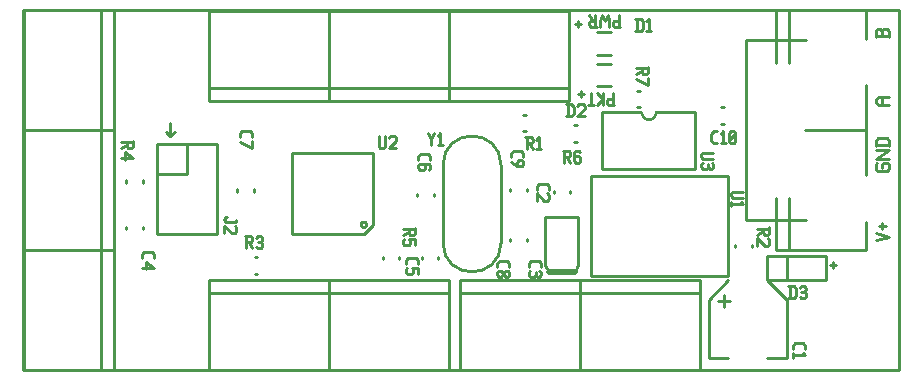
<source format=gbr>
G04 start of page 8 for group -4079 idx -4079 *
G04 Title: (unknown), topsilk *
G04 Creator: pcb 20110918 *
G04 CreationDate: Wed 07 Aug 2013 04:14:36 AM GMT UTC *
G04 For: ndholmes *
G04 Format: Gerber/RS-274X *
G04 PCB-Dimensions: 293000 121000 *
G04 PCB-Coordinate-Origin: lower left *
%MOIN*%
%FSLAX25Y25*%
%LNTOPSILK*%
%ADD86C,0.0200*%
%ADD85C,0.0100*%
G54D85*X500Y120500D02*X292500D01*
X500Y500D02*X292500D01*
Y120500D01*
X500D02*Y500D01*
Y40500D02*Y120500D01*
X49500Y83000D02*Y78500D01*
X51000Y80000D01*
X49500Y78500D02*X48000Y80000D01*
X199000Y119000D02*Y115000D01*
X197500D02*X199500D01*
X197500D02*X197000Y115500D01*
Y116500D02*Y115500D01*
X197500Y117000D02*X197000Y116500D01*
X197500Y117000D02*X199000D01*
X195800D02*Y115000D01*
Y117000D02*X195300Y119000D01*
X194300Y117000D01*
X193300Y119000D01*
X192800Y117000D01*
Y115000D01*
X189600D02*X191600D01*
X189600D02*X189100Y115500D01*
Y116500D02*Y115500D01*
X189600Y117000D02*X189100Y116500D01*
X189600Y117000D02*X191100D01*
Y119000D02*Y115000D01*
X190300Y117000D02*X189100Y119000D01*
X184500Y116000D02*X186500D01*
X185500Y117000D02*Y115000D01*
X284600Y69200D02*X285150Y69750D01*
X284600Y69200D02*Y67550D01*
X285150Y67000D02*X284600Y67550D01*
X285150Y67000D02*X288450D01*
X289000Y67550D01*
Y69200D02*Y67550D01*
Y69200D02*X288450Y69750D01*
X287350D02*X288450D01*
X286800Y69200D02*X287350Y69750D01*
X286800Y69200D02*Y68100D01*
X284600Y71070D02*X289000D01*
X284600D02*X289000Y73820D01*
X284600D02*X289000D01*
X284600Y75690D02*X289000D01*
X284600Y77120D02*X285370Y77890D01*
X288230D01*
X289000Y77120D02*X288230Y77890D01*
X289000Y77120D02*Y75140D01*
X284600Y77120D02*Y75140D01*
X285700Y89000D02*X289000D01*
X285700D02*X284600Y89770D01*
Y90980D02*Y89770D01*
Y90980D02*X285700Y91750D01*
X289000D01*
X286800D02*Y89000D01*
X289000Y113700D02*Y111500D01*
Y113700D02*X288450Y114250D01*
X287130D02*X288450D01*
X286580Y113700D02*X287130Y114250D01*
X286580Y113700D02*Y112050D01*
X284600D02*X289000D01*
X284600Y113700D02*Y111500D01*
Y113700D02*X285150Y114250D01*
X286030D01*
X286580Y113700D02*X286030Y114250D01*
X284600Y44000D02*X289000Y45100D01*
X284600Y46200D01*
X286800Y49720D02*Y47520D01*
X285700Y48620D02*X287900D01*
X269500Y35500D02*X271500D01*
X270500Y36500D02*Y34500D01*
X197000Y93000D02*Y89000D01*
X195500D02*X197500D01*
X195500D02*X195000Y89500D01*
Y90500D02*Y89500D01*
X195500Y91000D02*X195000Y90500D01*
X195500Y91000D02*X197000D01*
X193800Y93000D02*Y89000D01*
Y91000D02*X191800Y89000D01*
X193800Y91000D02*X191800Y93000D01*
X188600Y89000D02*X190600D01*
X189600Y93000D02*Y89000D01*
X185500Y92500D02*X187500D01*
X186500Y93500D02*Y91500D01*
X102500Y700D02*X142500D01*
X102500Y30700D02*X142500D01*
X102500Y26300D02*X142500D01*
X102500Y30700D02*Y700D01*
X142500Y30700D02*Y700D01*
X186000D02*X226000D01*
X186000Y30700D02*X226000D01*
X186000Y26300D02*X226000D01*
X186000Y30700D02*Y700D01*
X226000Y30700D02*Y700D01*
X146000D02*X186000D01*
X146000Y30700D02*X186000D01*
X146000Y26300D02*X186000D01*
X146000Y30700D02*Y700D01*
X186000Y30700D02*Y700D01*
X182755Y60436D02*Y59650D01*
X177245Y60436D02*Y59650D01*
X168255Y60936D02*Y60150D01*
X162745Y60936D02*Y60150D01*
G54D86*X175700Y33400D02*X184300D01*
G54D85*X185500Y35800D01*
Y51600D02*Y35800D01*
X174500Y51600D02*X185500D01*
X174500D02*Y35800D01*
X175700Y33400D01*
X162745Y44393D02*Y43607D01*
X168255Y44393D02*Y43607D01*
X137255Y59393D02*Y58607D01*
X131745Y59393D02*Y58607D01*
X133245Y38393D02*Y37607D01*
X138755Y38393D02*Y37607D01*
X125755Y38393D02*Y37607D01*
X120245Y38393D02*Y37607D01*
X700Y80500D02*Y40500D01*
X30700Y80500D02*Y40500D01*
X26300Y80500D02*Y40500D01*
X700Y80500D02*X30700D01*
X700Y40500D02*X30700D01*
X40255Y48350D02*Y47564D01*
X34745Y48350D02*Y47564D01*
Y63850D02*Y63064D01*
X40255Y63850D02*Y63064D01*
X77607Y38255D02*X78393D01*
X77607Y32745D02*X78393D01*
X77255Y60893D02*Y60107D01*
X71745Y60893D02*Y60107D01*
X700Y120500D02*Y80500D01*
X30700Y120500D02*Y80500D01*
X26300Y120500D02*Y80500D01*
X700Y120500D02*X30700D01*
X700Y80500D02*X30700D01*
X700Y40500D02*Y500D01*
X30700Y40500D02*Y500D01*
X26300Y40500D02*Y500D01*
X700Y40500D02*X30700D01*
X700Y500D02*X30700D01*
X45000Y76000D02*Y46000D01*
X65000D01*
Y76000D02*Y46000D01*
X45000Y76000D02*X65000D01*
X45000Y66000D02*X55000D01*
Y76000D02*Y66000D01*
X142500Y120300D02*X182500D01*
X142500Y90300D02*X182500D01*
X142500Y94700D02*X182500D01*
Y120300D02*Y90300D01*
X142500Y120300D02*Y90300D01*
X102500Y120300D02*X142500D01*
X102500Y90300D02*X142500D01*
X102500Y94700D02*X142500D01*
Y120300D02*Y90300D01*
X102500Y120300D02*Y90300D01*
X62500Y120300D02*X102500D01*
X62500Y90300D02*X102500D01*
X62500Y94700D02*X102500D01*
Y120300D02*Y90300D01*
X62500Y120300D02*Y90300D01*
X191638Y95260D02*X196362D01*
X191638Y102740D02*X196362D01*
X191543Y105760D02*X196267D01*
X191543Y113240D02*X196267D01*
X281300Y95500D02*Y80500D01*
Y120500D02*Y111000D01*
X251300Y120500D02*Y103000D01*
X255700Y120500D02*Y103000D01*
X251300Y120500D02*X281300D01*
X261000Y80500D02*X281300D01*
X241200Y110500D02*X261500D01*
X241200Y50500D02*X261500D01*
X241200Y110500D02*Y50500D01*
X205064Y93755D02*X205850D01*
X205064Y88245D02*X205850D01*
X167107Y80245D02*X167893D01*
X167107Y85755D02*X167893D01*
X184107Y76745D02*X184893D01*
X184107Y82255D02*X184893D01*
X229008Y4508D02*X235504D01*
X248496D02*X254992D01*
Y23996D02*Y4508D01*
X229008Y23996D02*Y4508D01*
X254992Y23996D02*X248496Y30492D01*
X229008Y23996D02*X235504Y30492D01*
X232000Y23500D02*X236000D01*
X234000Y25500D02*Y21500D01*
X62500Y700D02*X102500D01*
X62500Y30700D02*X102500D01*
X62500Y26300D02*X102500D01*
X62500Y30700D02*Y700D01*
X102500Y30700D02*Y700D01*
X189665Y65374D02*X235335D01*
X189665Y31910D02*X235335D01*
Y65374D02*Y31910D01*
X189665Y65374D02*Y31910D01*
X281300Y65500D02*Y80500D01*
Y50000D02*Y40500D01*
X251300Y58000D02*Y40500D01*
X255700Y58000D02*Y40500D01*
X251300D02*X281300D01*
X261000Y80500D02*X281300D01*
X248200Y30500D02*X267900D01*
X248200Y38500D02*X267900D01*
X248200Y30500D02*Y38500D01*
X267900Y30500D02*Y38500D01*
X255000Y30500D02*Y38500D01*
X233107Y88255D02*X233893D01*
X233107Y82745D02*X233893D01*
X193500Y86500D02*Y67500D01*
X224500D01*
Y86500D01*
X193500D02*X206500D01*
X224500D02*X211500D01*
X206500D02*G75*G03X211500Y86500I2500J0D01*G01*
X243255Y42393D02*Y41607D01*
X237745Y42393D02*Y41607D01*
X159646Y68992D02*Y43008D01*
X140354Y68992D02*Y43008D01*
G75*G03X159646Y43008I9646J0D01*G01*
Y68992D02*G75*G03X140354Y68992I-9646J0D01*G01*
X90121Y46121D02*X113979D01*
X90121Y72879D02*Y46121D01*
Y72879D02*X116879D01*
Y49021D01*
X113979Y46121D01*
X114979Y49021D02*G75*G03X114979Y49021I-1000J0D01*G01*
X181850Y89150D02*Y85150D01*
X183150Y89150D02*X183850Y88450D01*
Y85850D01*
X183150Y85150D02*X183850Y85850D01*
X181350Y85150D02*X183150D01*
X181350Y89150D02*X183150D01*
X185050Y88650D02*X185550Y89150D01*
X187050D01*
X187550Y88650D01*
Y87650D01*
X185050Y85150D02*X187550Y87650D01*
X185050Y85150D02*X187550D01*
X208650Y101736D02*Y99736D01*
X208150Y99236D01*
X207150D02*X208150D01*
X206650Y99736D02*X207150Y99236D01*
X206650Y101236D02*Y99736D01*
X204650Y101236D02*X208650D01*
X206650Y100436D02*X204650Y99236D01*
Y97536D02*X208650Y95536D01*
Y98036D02*Y95536D01*
X204945Y117650D02*Y113650D01*
X206245Y117650D02*X206945Y116950D01*
Y114350D01*
X206245Y113650D02*X206945Y114350D01*
X204445Y113650D02*X206245D01*
X204445Y117650D02*X206245D01*
X208145Y116850D02*X208945Y117650D01*
Y113650D01*
X208145D02*X209645D01*
X171650Y62036D02*Y60736D01*
X172350Y62736D02*X171650Y62036D01*
X172350Y62736D02*X174950D01*
X175650Y62036D01*
Y60736D01*
X175150Y59536D02*X175650Y59036D01*
Y57536D01*
X175150Y57036D01*
X174150D02*X175150D01*
X171650Y59536D02*X174150Y57036D01*
X171650Y59536D02*Y57036D01*
X163150Y72993D02*Y71693D01*
X163850Y73693D02*X163150Y72993D01*
X163850Y73693D02*X166450D01*
X167150Y72993D01*
Y71693D01*
X163150Y69993D02*X165150Y68493D01*
X166650D01*
X167150Y68993D02*X166650Y68493D01*
X167150Y69993D02*Y68993D01*
X166650Y70493D02*X167150Y69993D01*
X165650Y70493D02*X166650D01*
X165650D02*X165150Y69993D01*
Y68493D01*
X167764Y78150D02*X169764D01*
X170264Y77650D01*
Y76650D01*
X169764Y76150D02*X170264Y76650D01*
X168264Y76150D02*X169764D01*
X168264Y78150D02*Y74150D01*
X169064Y76150D02*X170264Y74150D01*
X171464Y77350D02*X172264Y78150D01*
Y74150D01*
X171464D02*X172964D01*
X249150Y48193D02*Y46193D01*
X248650Y45693D01*
X247650D02*X248650D01*
X247150Y46193D02*X247650Y45693D01*
X247150Y47693D02*Y46193D01*
X245150Y47693D02*X249150D01*
X247150Y46893D02*X245150Y45693D01*
X248650Y44493D02*X249150Y43993D01*
Y42493D01*
X248650Y41993D01*
X247650D02*X248650D01*
X245150Y44493D02*X247650Y41993D01*
X245150Y44493D02*Y41993D01*
X180307Y73650D02*X182307D01*
X182807Y73150D01*
Y72150D01*
X182307Y71650D02*X182807Y72150D01*
X180807Y71650D02*X182307D01*
X180807Y73650D02*Y69650D01*
X181607Y71650D02*X182807Y69650D01*
X185507Y73650D02*X186007Y73150D01*
X184507Y73650D02*X185507D01*
X184007Y73150D02*X184507Y73650D01*
X184007Y73150D02*Y70150D01*
X184507Y69650D01*
X185507Y71850D02*X186007Y71350D01*
X184007Y71850D02*X185507D01*
X184507Y69650D02*X185507D01*
X186007Y70150D01*
Y71350D02*Y70150D01*
X72650Y79493D02*Y78193D01*
X73350Y80193D02*X72650Y79493D01*
X73350Y80193D02*X75950D01*
X76650Y79493D01*
Y78193D01*
X72650Y76493D02*X76650Y74493D01*
Y76993D02*Y74493D01*
X74307Y45150D02*X76307D01*
X76807Y44650D01*
Y43650D01*
X76307Y43150D02*X76807Y43650D01*
X74807Y43150D02*X76307D01*
X74807Y45150D02*Y41150D01*
X75607Y43150D02*X76807Y41150D01*
X78007Y44650D02*X78507Y45150D01*
X79507D01*
X80007Y44650D01*
X79507Y41150D02*X80007Y41650D01*
X78507Y41150D02*X79507D01*
X78007Y41650D02*X78507Y41150D01*
Y43350D02*X79507D01*
X80007Y44650D02*Y43850D01*
Y42850D02*Y41650D01*
Y42850D02*X79507Y43350D01*
X80007Y43850D02*X79507Y43350D01*
X71500Y50800D02*Y50000D01*
X68000D02*X71500D01*
X67500Y50500D02*X68000Y50000D01*
X67500Y51000D02*Y50500D01*
X68000Y51500D02*X67500Y51000D01*
X68000Y51500D02*X68500D01*
X71000Y48800D02*X71500Y48300D01*
Y46800D01*
X71000Y46300D01*
X70000D02*X71000D01*
X67500Y48800D02*X70000Y46300D01*
X67500Y48800D02*Y46300D01*
X37000Y77000D02*Y75000D01*
X36500Y74500D01*
X35500D02*X36500D01*
X35000Y75000D02*X35500Y74500D01*
X35000Y76500D02*Y75000D01*
X33000Y76500D02*X37000D01*
X35000Y75700D02*X33000Y74500D01*
X34500Y73300D02*X37000Y71300D01*
X34500Y73300D02*Y70800D01*
X33000Y71300D02*X37000D01*
X40000Y39300D02*Y38000D01*
X40700Y40000D02*X40000Y39300D01*
X40700Y40000D02*X43300D01*
X44000Y39300D01*
Y38000D01*
X41500Y36800D02*X44000Y34800D01*
X41500Y36800D02*Y34300D01*
X40000Y34800D02*X44000D01*
X119000Y78500D02*Y75000D01*
X119500Y74500D01*
X120500D01*
X121000Y75000D01*
Y78500D02*Y75000D01*
X122200Y78000D02*X122700Y78500D01*
X124200D01*
X124700Y78000D01*
Y77000D01*
X122200Y74500D02*X124700Y77000D01*
X122200Y74500D02*X124700D01*
X135500Y79500D02*X136500Y77500D01*
X137500Y79500D01*
X136500Y77500D02*Y75500D01*
X138700Y78700D02*X139500Y79500D01*
Y75500D01*
X138700D02*X140200D01*
X132150Y71864D02*Y70564D01*
X132850Y72564D02*X132150Y71864D01*
X132850Y72564D02*X135450D01*
X136150Y71864D01*
Y70564D01*
Y67864D02*X135650Y67364D01*
X136150Y68864D02*Y67864D01*
X135650Y69364D02*X136150Y68864D01*
X132650Y69364D02*X135650D01*
X132650D02*X132150Y68864D01*
X134350Y67864D02*X133850Y67364D01*
X134350Y69364D02*Y67864D01*
X132150Y68864D02*Y67864D01*
X132650Y67364D01*
X133850D01*
X128000Y37300D02*Y36000D01*
X128700Y38000D02*X128000Y37300D01*
X128700Y38000D02*X131300D01*
X132000Y37300D01*
Y36000D01*
Y34800D02*Y32800D01*
X130000Y34800D02*X132000D01*
X130000D02*X130500Y34300D01*
Y33300D01*
X130000Y32800D01*
X128500D02*X130000D01*
X128000Y33300D02*X128500Y32800D01*
X128000Y34300D02*Y33300D01*
X128500Y34800D02*X128000Y34300D01*
X131000Y48000D02*Y46000D01*
X130500Y45500D01*
X129500D02*X130500D01*
X129000Y46000D02*X129500Y45500D01*
X129000Y47500D02*Y46000D01*
X127000Y47500D02*X131000D01*
X129000Y46700D02*X127000Y45500D01*
X131000Y44300D02*Y42300D01*
X129000Y44300D02*X131000D01*
X129000D02*X129500Y43800D01*
Y42800D01*
X129000Y42300D01*
X127500D02*X129000D01*
X127000Y42800D02*X127500Y42300D01*
X127000Y43800D02*Y42800D01*
X127500Y44300D02*X127000Y43800D01*
X237000Y60000D02*X240500D01*
X237000D02*X236500Y59500D01*
Y58500D01*
X237000Y58000D01*
X240500D01*
X239700Y56800D02*X240500Y56000D01*
X236500D02*X240500D01*
X236500Y56800D02*Y55300D01*
X230507Y76150D02*X231807D01*
X229807Y76850D02*X230507Y76150D01*
X229807Y79450D02*Y76850D01*
Y79450D02*X230507Y80150D01*
X231807D01*
X233007Y79350D02*X233807Y80150D01*
Y76150D01*
X233007D02*X234507D01*
X235707Y76650D02*X236207Y76150D01*
X235707Y79650D02*Y76650D01*
Y79650D02*X236207Y80150D01*
X237207D01*
X237707Y79650D01*
Y76650D01*
X237207Y76150D02*X237707Y76650D01*
X236207Y76150D02*X237207D01*
X235707Y77150D02*X237707Y79150D01*
X227000Y73000D02*X230500D01*
X227000D02*X226500Y72500D01*
Y71500D01*
X227000Y71000D01*
X230500D01*
X230000Y69800D02*X230500Y69300D01*
Y68300D01*
X230000Y67800D01*
X226500Y68300D02*X227000Y67800D01*
X226500Y69300D02*Y68300D01*
X227000Y69800D02*X226500Y69300D01*
X228700D02*Y68300D01*
X229200Y67800D02*X230000D01*
X227000D02*X228200D01*
X228700Y68300D01*
X229200Y67800D02*X228700Y68300D01*
X257086Y8800D02*Y7500D01*
X257786Y9500D02*X257086Y8800D01*
X257786Y9500D02*X260386D01*
X261086Y8800D01*
Y7500D01*
X260286Y6300D02*X261086Y5500D01*
X257086D02*X261086D01*
X257086Y6300D02*Y4800D01*
X256000Y28500D02*Y24500D01*
X257300Y28500D02*X258000Y27800D01*
Y25200D01*
X257300Y24500D02*X258000Y25200D01*
X255500Y24500D02*X257300D01*
X255500Y28500D02*X257300D01*
X259200Y28000D02*X259700Y28500D01*
X260700D01*
X261200Y28000D01*
X260700Y24500D02*X261200Y25000D01*
X259700Y24500D02*X260700D01*
X259200Y25000D02*X259700Y24500D01*
Y26700D02*X260700D01*
X261200Y28000D02*Y27200D01*
Y26200D02*Y25000D01*
Y26200D02*X260700Y26700D01*
X261200Y27200D02*X260700Y26700D01*
X169000Y36300D02*Y35000D01*
X169700Y37000D02*X169000Y36300D01*
X169700Y37000D02*X172300D01*
X173000Y36300D01*
Y35000D01*
X172500Y33800D02*X173000Y33300D01*
Y32300D01*
X172500Y31800D01*
X169000Y32300D02*X169500Y31800D01*
X169000Y33300D02*Y32300D01*
X169500Y33800D02*X169000Y33300D01*
X171200D02*Y32300D01*
X171700Y31800D02*X172500D01*
X169500D02*X170700D01*
X171200Y32300D01*
X171700Y31800D02*X171200Y32300D01*
X158500Y36300D02*Y35000D01*
X159200Y37000D02*X158500Y36300D01*
X159200Y37000D02*X161800D01*
X162500Y36300D01*
Y35000D01*
X159000Y33800D02*X158500Y33300D01*
X159000Y33800D02*X159800D01*
X160500Y33100D01*
Y32500D01*
X159800Y31800D01*
X159000D02*X159800D01*
X158500Y32300D02*X159000Y31800D01*
X158500Y33300D02*Y32300D01*
X161200Y33800D02*X160500Y33100D01*
X161200Y33800D02*X162000D01*
X162500Y33300D01*
Y32300D01*
X162000Y31800D01*
X161200D02*X162000D01*
X160500Y32500D02*X161200Y31800D01*
M02*

</source>
